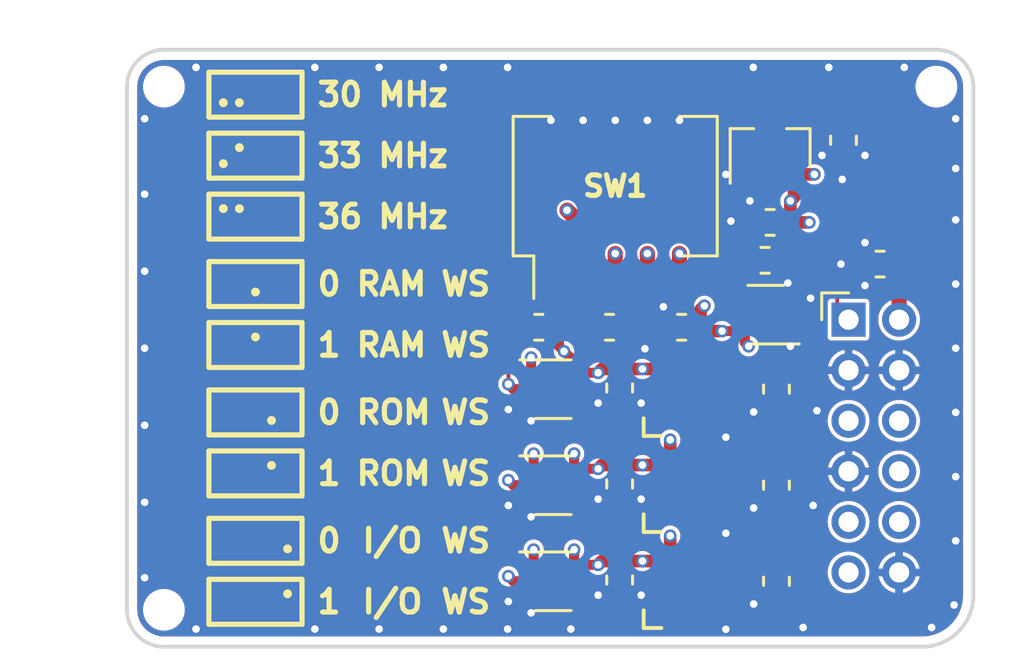
<source format=kicad_pcb>
(kicad_pcb (version 20240108) (generator "pcbnew") (generator_version "8.0")
  (title_block (title "WarpSE (GW4410A)") (date "2024-04-23") (rev "1.0") (company "Garrett's Workshop"))
  (layers (0 "F.Cu" signal) (1 "In1.Cu" power) (2 "In2.Cu" signal) (31 "B.Cu" power) (34 "B.Paste" user) (35 "F.Paste" user) (36 "B.SilkS" user "B.Silkscreen") (37 "F.SilkS" user "F.Silkscreen") (38 "B.Mask" user) (39 "F.Mask" user) (44 "Edge.Cuts" user))
  (net 0 "")
  (net 1 "GND")
  (net 2 "+5V")
  (net 3 "+3V3")
  (net 4 "/CLKIN")
  (net 5 "/DBG0_~{ROMWS}")
  (net 6 "/DBG3_GA21")
  (net 7 "/DBG2_GA20")
  (net 8 "/DBG1_~{RAMWS}")
  (net 9 "/DBG5_GTS_GOE")
  (net 10 "/DBG4_~{IOWS}")
  (net 11 "Net-(U1-Output)")
  (net 12 "Net-(U2-Output)")
  (net 13 "Net-(U3-Output)")
  (net 14 "/CLKSEL0")
  (net 15 "/CLKSEL1")
  (net 16 "/CLK")
  (net 17 "/EN30")
  (net 18 "/EN32")
  (net 19 "/EN36")
  (net 20 "Net-(U4-Y)")
  (footprint "stdpads:R_0603" (layer "F.Cu") (at 94.2 116.9)
    (property "Reference" "R6")
    (property "Value" "3k3")
    (fp_line (start -0.162779 -0.51) (end 0.162779 -0.51) (stroke (width 0.12)) (layer "F.SilkS"))
    (fp_line (start -0.162779 0.51) (end 0.162779 0.51) (stroke (width 0.12)) (layer "F.SilkS"))
    (pad "1" smd roundrect (at -0.8 0) (size 0.7 0.95) (layers "F.Cu" "F.Paste" "F.Mask") (net 15 "/CLKSEL1"))
    (pad "2" smd roundrect (at 0.8 0) (size 0.7 0.95) (layers "F.Cu" "F.Paste" "F.Mask") (net 3 "+3V3"))
  )
  (footprint "stdpads:SOT-23" (layer "F.Cu") (at 100.55 109.8 -90)
    (property "Reference" "U8")
    (property "Value" "XC6206PxxxMR")
    (fp_line (start -0.76 1.58) (end 1.4 1.58) (stroke (width 0.12)) (layer "F.SilkS"))
    (fp_line (start -0.76 1.58) (end -0.76 0.65) (stroke (width 0.12)) (layer "F.SilkS"))
    (fp_line (start -0.76 -1.58) (end -0.76 -0.65) (stroke (width 0.12)) (layer "F.SilkS"))
    (fp_line (start -0.76 -1.58) (end 0.7 -1.58) (stroke (width 0.12)) (layer "F.SilkS"))
    (pad "1" smd roundrect (at 1.05 0.95 90) (size 1.35 0.8) (layers "F.Cu" "F.Paste" "F.Mask") (net 1 "GND"))
    (pad "2" smd roundrect (at 1.05 -0.95 90) (size 1.35 0.8) (layers "F.Cu" "F.Paste" "F.Mask") (net 3 "+3V3"))
    (pad "3" smd roundrect (at -1.05 0 90) (size 1.35 0.8) (layers "F.Cu" "F.Paste" "F.Mask") (net 2 "+5V"))
  )
  (footprint "stdpads:PinHeader_2x06_P2.00mm_Vertical" (layer "F.Cu") (at 103.65 116.6)
    (property "Reference" "J1")
    (property "Value" "DBG")
    (fp_line (start -1.06 -1.06) (end 0 -1.06) (stroke (width 0.12)) (layer "F.SilkS"))
    (fp_line (start -1.06 0) (end -1.06 -1.06) (stroke (width 0.12)) (layer "F.SilkS"))
    (pad "1" thru_hole rect (at 0 0) (size 1.35 1.35) (drill 0.8) (layers "*.Cu" "*.Mask") (net 4 "/CLKIN"))
    (pad "2" thru_hole oval (at 2 0) (size 1.35 1.35) (drill 0.8) (layers "*.Cu" "*.Mask") (net 2 "+5V"))
    (pad "3" thru_hole oval (at 0 2) (size 1.35 1.35) (drill 0.8) (layers "*.Cu" "*.Mask") (net 1 "GND"))
    (pad "4" thru_hole oval (at 2 2) (size 1.35 1.35) (drill 0.8) (layers "*.Cu" "*.Mask") (net 1 "GND"))
    (pad "5" thru_hole oval (at 0 4) (size 1.35 1.35) (drill 0.8) (layers "*.Cu" "*.Mask") (net 5 "/DBG0_~{ROMWS}"))
    (pad "6" thru_hole oval (at 2 4) (size 1.35 1.35) (drill 0.8) (layers "*.Cu" "*.Mask") (net 8 "/DBG1_~{RAMWS}"))
    (pad "7" thru_hole oval (at 0 6) (size 1.35 1.35) (drill 0.8) (layers "*.Cu" "*.Mask") (net 1 "GND"))
    (pad "8" thru_hole oval (at 2 6) (size 1.35 1.35) (drill 0.8) (layers "*.Cu" "*.Mask") (net 10 "/DBG4_~{IOWS}"))
    (pad "9" thru_hole oval (at 0 8) (size 1.35 1.35) (drill 0.8) (layers "*.Cu" "*.Mask") (net 6 "/DBG3_GA21"))
    (pad "10" thru_hole oval (at 2 8) (size 1.35 1.35) (drill 0.8) (layers "*.Cu" "*.Mask") (net 7 "/DBG2_GA20"))
    (pad "11" thru_hole oval (at 0 10) (size 1.35 1.35) (drill 0.8) (layers "*.Cu" "*.Mask") (net 9 "/DBG5_GTS_GOE"))
    (pad "12" thru_hole oval (at 2 10) (size 1.35 1.35) (drill 0.8) (layers "*.Cu" "*.Mask") (net 1 "GND"))
  )
  (footprint "stdpads:SOT-353" (layer "F.Cu") (at 100.4 116.4 90)
    (property "Reference" "U4")
    (property "Value" "74LVC1G08GW")
    (fp_line (start -1.16 -0.73) (end -1.16 1.3) (stroke (width 0.12)) (layer "F.SilkS"))
    (fp_line (start 1.16 0.68) (end 1.16 -0.73) (stroke (width 0.12)) (layer "F.SilkS"))
    (pad "1" smd roundrect (at -0.65 0.85 180) (size 1 0.4) (layers "F.Cu" "F.Paste" "F.Mask") (net 1 "GND"))
    (pad "2" smd roundrect (at 0 0.85 180) (size 1 0.4) (layers "F.Cu" "F.Paste" "F.Mask") (net 16 "/CLK"))
    (pad "3" smd roundrect (at 0.65 0.85 180) (size 1 0.4) (layers "F.Cu" "F.Paste" "F.Mask") (net 1 "GND"))
    (pad "4" smd roundrect (at 0.65 -0.85 180) (size 1 0.4) (layers "F.Cu" "F.Paste" "F.Mask") (net 20 "Net-(U4-Y)"))
    (pad "5" smd roundrect (at -0.65 -0.85 180) (size 1 0.4) (layers "F.Cu" "F.Paste" "F.Mask") (net 3 "+3V3"))
  )
  (footprint "stdpads:Crystal_SMD_3225-4Pin_3.2x2.5mm" (layer "F.Cu") (at 97.7 119.4)
    (property "Reference" "U1")
    (property "Value" "30M")
    (fp_line (start -2.15 1.1) (end -2.15 1.8) (stroke (width 0.1524)) (layer "F.SilkS"))
    (fp_line (start -2.15 1.8) (end -1.45 1.8) (stroke (width 0.1524)) (layer "F.SilkS"))
    (pad "1" smd roundrect (at -1.1 0.85) (size 1.4 1.2) (layers "F.Cu" "F.Paste" "F.Mask") (net 17 "/EN30"))
    (pad "2" smd roundrect (at 1.1 0.85) (size 1.4 1.2) (layers "F.Cu" "F.Paste" "F.Mask") (net 1 "GND"))
    (pad "3" smd roundrect (at 1.1 -0.85) (size 1.4 1.2) (layers "F.Cu" "F.Paste" "F.Mask") (net 11 "Net-(U1-Output)"))
    (pad "4" smd roundrect (at -1.1 -0.85) (size 1.4 1.2) (layers "F.Cu" "F.Paste" "F.Mask") (net 3 "+3V3"))
    (zone (net 0) (net_name "") (layer "F.Cu") (connect_pads (clearance 0)) (min_thickness 0.25)
      (keepout (tracks allowed) (vias not_allowed) (pads allowed) (copperpour not_allowed) (footprints allowed))
      (fill (thermal_gap 0.5) (thermal_bridge_width 0.5))
      (polygon (pts (xy 99.4 118.05) (xy 99.4 120.75) (xy 96 120.75) (xy 96 118.05)))
    )
  )
  (footprint "stdpads:Crystal_SMD_3225-4Pin_3.2x2.5mm" (layer "F.Cu") (at 97.7 123.2)
    (property "Reference" "U2")
    (property "Value" "32M")
    (fp_line (start -2.15 1.1) (end -2.15 1.8) (stroke (width 0.1524)) (layer "F.SilkS"))
    (fp_line (start -2.15 1.8) (end -1.45 1.8) (stroke (width 0.1524)) (layer "F.SilkS"))
    (pad "1" smd roundrect (at -1.1 0.85) (size 1.4 1.2) (layers "F.Cu" "F.Paste" "F.Mask") (net 18 "/EN32"))
    (pad "2" smd roundrect (at 1.1 0.85) (size 1.4 1.2) (layers "F.Cu" "F.Paste" "F.Mask") (net 1 "GND"))
    (pad "3" smd roundrect (at 1.1 -0.85) (size 1.4 1.2) (layers "F.Cu" "F.Paste" "F.Mask") (net 12 "Net-(U2-Output)"))
    (pad "4" smd roundrect (at -1.1 -0.85) (size 1.4 1.2) (layers "F.Cu" "F.Paste" "F.Mask") (net 3 "+3V3"))
    (zone (net 0) (net_name "") (layer "F.Cu") (connect_pads (clearance 0)) (min_thickness 0.25)
      (keepout (tracks allowed) (vias not_allowed) (pads allowed) (copperpour not_allowed) (footprints allowed))
      (fill (thermal_gap 0.5) (thermal_bridge_width 0.5))
      (polygon (pts (xy 99.4 121.85) (xy 99.4 124.55) (xy 96 124.55) (xy 96 121.85)))
    )
  )
  (footprint "stdpads:SW_DIP_SPSTx05_Slide_DSHP05TS_P1.27mm" (layer "F.Cu") (at 94.4245 111.3155)
    (property "Reference" "SW1")
    (property "Value" "CFG")
    (fp_line (start -4.036 -2.76) (end -2.54 -2.76) (stroke (width 0.12)) (layer "F.SilkS"))
    (fp_line (start -4.036 2.76) (end -4.036 -2.76) (stroke (width 0.12)) (layer "F.SilkS"))
    (fp_line (start -4.036 2.76) (end -3.22 2.76) (stroke (width 0.12)) (layer "F.SilkS"))
    (fp_line (start -3.22 4.446) (end -3.22 2.76) (stroke (width 0.12)) (layer "F.SilkS"))
    (fp_line (start 2.54 -2.76) (end 4.035 -2.76) (stroke (width 0.12)) (layer "F.SilkS"))
    (fp_line (start 2.54 2.76) (end 4.035 2.76) (stroke (width 0.12)) (layer "F.SilkS"))
    (fp_line (start 4.035 2.76) (end 4.035 -2.76) (stroke (width 0.12)) (layer "F.SilkS"))
    (fp_text user "${REFERENCE}" (at 0 0 180) (layer "F.SilkS") (effects (font (size 0.8128 0.8128) (thickness 0.2032))))
    (pad "1" smd roundrect (at -2.54 3.81 90) (size 1.524 0.76) (layers "F.Cu" "F.Paste" "F.Mask") (net 14 "/CLKSEL0"))
    (pad "2" smd roundrect (at -1.27 3.81 90) (size 1.524 0.76) (layers "F.Cu" "F.Paste" "F.Mask") (net 15 "/CLKSEL1"))
    (pad "3" smd roundrect (at 0 3.81 90) (size 1.524 0.76) (layers "F.Cu" "F.Paste" "F.Mask") (net 8 "/DBG1_~{RAMWS}"))
    (pad "4" smd roundrect (at 1.27 3.81 90) (size 1.524 0.76) (layers "F.Cu" "F.Paste" "F.Mask") (net 5 "/DBG0_~{ROMWS}"))
    (pad "5" smd roundrect (at 2.54 3.81 90) (size 1.524 0.76) (layers "F.Cu" "F.Paste" "F.Mask") (net 10 "/DBG4_~{IOWS}"))
    (pad "6" smd roundrect (at 2.54 -3.81 90) (size 1.524 0.76) (layers "F.Cu" "F.Paste" "F.Mask") (net 1 "GND"))
    (pad "7" smd roundrect (at 1.27 -3.81 90) (size 1.524 0.76) (layers "F.Cu" "F.Paste" "F.Mask") (net 1 "GND"))
    (pad "8" smd roundrect (at 0 -3.81 90) (size 1.524 0.76) (layers "F.Cu" "F.Paste" "F.Mask") (net 1 "GND"))
    (pad "9" smd roundrect (at -1.27 -3.81 90) (size 1.524 0.76) (layers "F.Cu" "F.Paste" "F.Mask") (net 1 "GND"))
    (pad "10" smd roundrect (at -2.54 -3.81 90) (size 1.524 0.76) (layers "F.Cu" "F.Paste" "F.Mask") (net 1 "GND"))
  )
  (footprint "stdpads:C_0603" (layer "F.Cu") (at 94.6 119.3 -90)
    (property "Reference" "C5")
    (property "Value" "2u2")
    (fp_line (start -0.162779 0.51) (end 0.162779 0.51) (stroke (width 0.12)) (layer "F.SilkS"))
    (fp_line (start -0.162779 -0.51) (end 0.162779 -0.51) (stroke (width 0.12)) (layer "F.SilkS"))
    (pad "1" smd roundrect (at -0.75 0 270) (size 0.85 0.95) (layers "F.Cu" "F.Paste" "F.Mask") (net 3 "+3V3"))
    (pad "2" smd roundrect (at 0.75 0 270) (size 0.85 0.95) (layers "F.Cu" "F.Paste" "F.Mask") (net 1 "GND"))
  )
  (footprint "stdpads:Crystal_SMD_3225-4Pin_3.2x2.5mm" (layer "F.Cu") (at 97.7 127)
    (property "Reference" "U3")
    (property "Value" "36M")
    (fp_line (start -2.15 1.1) (end -2.15 1.8) (stroke (width 0.1524)) (layer "F.SilkS"))
    (fp_line (start -2.15 1.8) (end -1.45 1.8) (stroke (width 0.1524)) (layer "F.SilkS"))
    (pad "1" smd roundrect (at -1.1 0.85) (size 1.4 1.2) (layers "F.Cu" "F.Paste" "F.Mask") (net 19 "/EN36"))
    (pad "2" smd roundrect (at 1.1 0.85) (size 1.4 1.2) (layers "F.Cu" "F.Paste" "F.Mask") (net 1 "GND"))
    (pad "3" smd roundrect (at 1.1 -0.85) (size 1.4 1.2) (layers "F.Cu" "F.Paste" "F.Mask") (net 13 "Net-(U3-Output)"))
    (pad "4" smd roundrect (at -1.1 -0.85) (size 1.4 1.2) (layers "F.Cu" "F.Paste" "F.Mask") (net 3 "+3V3"))
    (zone (net 0) (net_name "") (layer "F.Cu") (connect_pads (clearance 0)) (min_thickness 0.25)
      (keepout (tracks allowed) (vias not_allowed) (pads allowed) (copperpour not_allowed) (footprints allowed))
      (fill (thermal_gap 0.5) (thermal_bridge_width 0.5))
      (polygon (pts (xy 99.4 125.65) (xy 99.4 128.35) (xy 96 128.35) (xy 96 125.65)))
    )
  )
  (footprint "stdpads:C_0603" (layer "F.Cu") (at 104.9 114.4 180)
    (property "Reference" "C1")
    (property "Value" "2u2")
    (fp_line (start -0.162779 0.51) (end 0.162779 0.51) (stroke (width 0.12)) (layer "F.SilkS"))
    (fp_line (start -0.162779 -0.51) (end 0.162779 -0.51) (stroke (width 0.12)) (layer "F.SilkS"))
    (pad "1" smd roundrect (at -0.75 0 180) (size 0.85 0.95) (layers "F.Cu" "F.Paste" "F.Mask") (net 2 "+5V"))
    (pad "2" smd roundrect (at 0.75 0 180) (size 0.85 0.95) (layers "F.Cu" "F.Paste" "F.Mask") (net 1 "GND"))
  )
  (footprint "stdpads:C_0603" (layer "F.Cu") (at 94.6 126.9 -90)
    (property "Reference" "C7")
    (property "Value" "2u2")
    (fp_line (start -0.162779 0.51) (end 0.162779 0.51) (stroke (width 0.12)) (layer "F.SilkS"))
    (fp_line (start -0.162779 -0.51) (end 0.162779 -0.51) (stroke (width 0.12)) (layer "F.SilkS"))
    (pad "1" smd roundrect (at -0.75 0 270) (size 0.85 0.95) (layers "F.Cu" "F.Paste" "F.Mask") (net 3 "+3V3"))
    (pad "2" smd roundrect (at 0.75 0 270) (size 0.85 0.95) (layers "F.Cu" "F.Paste" "F.Mask") (net 1 "GND"))
  )
  (footprint "stdpads:SOT-353" (layer "F.Cu") (at 91.95 126.95 -90)
    (property "Reference" "U7")
    (property "Value" "74LVC1G02GW")
    (fp_line (start 1.16 0.68) (end 1.16 -0.73) (stroke (width 0.12)) (layer "F.SilkS"))
    (fp_line (start -1.16 -0.73) (end -1.16 1.3) (stroke (width 0.12)) (layer "F.SilkS"))
    (pad "1" smd roundrect (at -0.65 0.85) (size 1 0.4) (layers "F.Cu" "F.Paste" "F.Mask") (net 15 "/CLKSEL1"))
    (pad "2" smd roundrect (at 0 0.85) (size 1 0.4) (layers "F.Cu" "F.Paste" "F.Mask") (net 14 "/CLKSEL0"))
    (pad "3" smd roundrect (at 0.65 0.85) (size 1 0.4) (layers "F.Cu" "F.Paste" "F.Mask") (net 1 "GND"))
    (pad "4" smd roundrect (at 0.65 -0.85) (size 1 0.4) (layers "F.Cu" "F.Paste" "F.Mask") (net 19 "/EN36"))
    (pad "5" smd roundrect (at -0.65 -0.85) (size 1 0.4) (layers "F.Cu" "F.Paste" "F.Mask") (net 3 "+3V3"))
  )
  (footprint "stdpads:C_0603" (layer "F.Cu") (at 103.45 109.5 -90)
    (property "Reference" "C2")
    (property "Value" "2u2")
    (fp_line (start -0.162779 0.51) (end 0.162779 0.51) (stroke (width 0.12)) (layer "F.SilkS"))
    (fp_line (start -0.162779 -0.51) (end 0.162779 -0.51) (stroke (width 0.12)) (layer "F.SilkS"))
    (pad "1" smd roundrect (at -0.75 0 270) (size 0.85 0.95) (layers "F.Cu" "F.Paste" "F.Mask") (net 2 "+5V"))
    (pad "2" smd roundrect (at 0.75 0 270) (size 0.85 0.95) (layers "F.Cu" "F.Paste" "F.Mask") (net 1 "GND"))
  )
  (footprint "stdpads:R_0603" (layer "F.Cu") (at 100.8 123.15 -90)
    (property "Reference" "R2")
    (property "Value" "47")
    (fp_line (start -0.162779 0.51) (end 0.162779 0.51) (stroke (width 0.12)) (layer "F.SilkS"))
    (fp_line (start -0.162779 -0.51) (end 0.162779 -0.51) (stroke (width 0.12)) (layer "F.SilkS"))
    (pad "1" smd roundrect (at -0.8 0 270) (size 0.7 0.95) (layers "F.Cu" "F.Paste" "F.Mask") (net 12 "Net-(U2-Output)"))
    (pad "2" smd roundrect (at 0.8 0 270) (size 0.7 0.95) (layers "F.Cu" "F.Paste" "F.Mask") (net 16 "/CLK"))
  )
  (footprint "stdpads:C_0603" (layer "F.Cu") (at 94.6 123.1 -90)
    (property "Reference" "C6")
    (property "Value" "2u2")
    (fp_line (start -0.162779 0.51) (end 0.162779 0.51) (stroke (width 0.12)) (layer "F.SilkS"))
    (fp_line (start -0.162779 -0.51) (end 0.162779 -0.51) (stroke (width 0.12)) (layer "F.SilkS"))
    (pad "1" smd roundrect (at -0.75 0 270) (size 0.85 0.95) (layers "F.Cu" "F.Paste" "F.Mask") (net 3 "+3V3"))
    (pad "2" smd roundrect (at 0.75 0 270) (size 0.85 0.95) (layers "F.Cu" "F.Paste" "F.Mask") (net 1 "GND"))
  )
  (footprint "stdpads:R_0603" (layer "F.Cu") (at 100.8 126.95 -90)
    (property "Reference" "R3")
    (property "Value" "47")
    (fp_line (start -0.162779 0.51) (end 0.162779 0.51) (stroke (width 0.12)) (layer "F.SilkS"))
    (fp_line (start -0.162779 -0.51) (end 0.162779 -0.51) (stroke (width 0.12)) (layer "F.SilkS"))
    (pad "1" smd roundrect (at -0.8 0 270) (size 0.7 0.95) (layers "F.Cu" "F.Paste" "F.Mask") (net 13 "Net-(U3-Output)"))
    (pad "2" smd roundrect (at 0.8 0 270) (size 0.7 0.95) (layers "F.Cu" "F.Paste" "F.Mask") (net 16 "/CLK"))
  )
  (footprint "stdpads:C_0603" (layer "F.Cu") (at 97.05 116.9 180)
    (property "Reference" "C4")
    (property "Value" "2u2")
    (fp_line (start -0.162779 0.51) (end 0.162779 0.51) (stroke (width 0.12)) (layer "F.SilkS"))
    (fp_line (start -0.162779 -0.51) (end 0.162779 -0.51) (stroke (width 0.12)) (layer "F.SilkS"))
    (pad "1" smd roundrect (at -0.75 0 180) (size 0.85 0.95) (layers "F.Cu" "F.Paste" "F.Mask") (net 3 "+3V3"))
    (pad "2" smd roundrect (at 0.75 0 180) (size 0.85 0.95) (layers "F.Cu" "F.Paste" "F.Mask") (net 1 "GND"))
  )
  (footprint "stdpads:R_0603" (layer "F.Cu") (at 100.8 119.35 -90)
    (property "Reference" "R1")
    (property "Value" "47")
    (fp_line (start -0.162779 0.51) (end 0.162779 0.51) (stroke (width 0.12)) (layer "F.SilkS"))
    (fp_line (start -0.162779 -0.51) (end 0.162779 -0.51) (stroke (width 0.12)) (layer "F.SilkS"))
    (pad "1" smd roundrect (at -0.8 0 270) (size 0.7 0.95) (layers "F.Cu" "F.Paste" "F.Mask") (net 11 "Net-(U1-Output)"))
    (pad "2" smd roundrect (at 0.8 0 270) (size 0.7 0.95) (layers "F.Cu" "F.Paste" "F.Mask") (net 16 "/CLK"))
  )
  (footprint "stdpads:PasteHole_1.152mm_NPTH" (layer "F.Cu") (at 76.581 107.3785)
    (property "Reference" "H2")
    (property "Value" "~" (hide yes))
    (pad "" np_thru_hole circle (at 0 0) (size 1.152 1.152) (drill 1.152) (layers "*.Cu" "*.Mask"))
  )
  (footprint "stdpads:C_0603" (layer "F.Cu") (at 100.55 112.75 180)
    (property "Reference" "C3")
    (property "Value" "2u2")
    (fp_line (start -0.162779 0.51) (end 0.162779 0.51) (stroke (width 0.12)) (layer "F.SilkS"))
    (fp_line (start -0.162779 -0.51) (end 0.162779 -0.51) (stroke (width 0.12)) (layer "F.SilkS"))
    (pad "1" smd roundrect (at -0.75 0 180) (size 0.85 0.95) (layers "F.Cu" "F.Paste" "F.Mask") (net 3 "+3V3"))
    (pad "2" smd roundrect (at 0.75 0 180) (size 0.85 0.95) (layers "F.Cu" "F.Paste" "F.Mask") (net 1 "GND"))
  )
  (footprint "stdpads:R_0603" (layer "F.Cu") (at 100.35 114.25)
    (property "Reference" "R4")
    (property "Value" "47")
    (fp_line (start -0.162779 -0.51) (end 0.162779 -0.51) (stroke (width 0.12)) (layer "F.SilkS"))
    (fp_line (start -0.162779 0.51) (end 0.162779 0.51) (stroke (width 0.12)) (layer "F.SilkS"))
    (pad "1" smd roundrect (at -0.8 0) (size 0.7 0.95) (layers "F.Cu" "F.Paste" "F.Mask") (net 20 "Net-(U4-Y)"))
    (pad "2" smd roundrect (at 0.8 0) (size 0.7 0.95) (layers "F.Cu" "F.Paste" "F.Mask") (net 4 "/CLKIN"))
  )
  (footprint "stdpads:PasteHole_1.152mm_NPTH" (layer "F.Cu") (at 76.581 128.0795)
    (property "Reference" "H1")
    (property "Value" "~" (hide yes))
    (pad "" np_thru_hole circle (at 0 0) (size 1.152 1.152) (drill 1.152) (layers "*.Cu" "*.Mask"))
  )
  (footprint "stdpads:R_0603" (layer "F.Cu") (at 91.4 116.9)
    (property "Reference" "R5")
    (property "Value" "3k3")
    (fp_line (start -0.162779 -0.51) (end 0.162779 -0.51) (stroke (width 0.12)) (layer "F.SilkS"))
    (fp_line (start -0.162779 0.51) (end 0.162779 0.51) (stroke (width 0.12)) (layer "F.SilkS"))
    (pad "1" smd roundrect (at -0.8 0) (size 0.7 0.95) (layers "F.Cu" "F.Paste" "F.Mask") (net 14 "/CLKSEL0"))
    (pad "2" smd roundrect (at 0.8 0) (size 0.7 0.95) (layers "F.Cu" "F.Paste" "F.Mask") (net 3 "+3V3"))
  )
  (footprint "stdpads:PasteHole_1.152mm_NPTH" (layer "F.Cu") (at 107.1245 107.3785)
    (property "Reference" "H3")
    (property "Value" "~" (hide yes))
    (pad "" np_thru_hole circle (at 0 0) (size 1.152 1.152) (drill 1.152) (layers "*.Cu" "*.Mask"))
  )
  (footprint "stdpads:SOT-353" (layer "F.Cu") (at 91.95 119.35 -90)
    (property "Reference" "U5")
    (property "Value" "74LVC1G08GW")
    (fp_line (start 1.16 0.68) (end 1.16 -0.73) (stroke (width 0.12)) (layer "F.SilkS"))
    (fp_line (start -1.16 -0.73) (end -1.16 1.3) (stroke (width 0.12)) (layer "F.SilkS"))
    (pad "1" smd roundrect (at -0.65 0.85) (size 1 0.4) (layers "F.Cu" "F.Paste" "F.Mask") (net 15 "/CLKSEL1"))
    (pad "2" smd roundrect (at 0 0.85) (size 1 0.4) (layers "F.Cu" "F.Paste" "F.Mask") (net 14 "/CLKSEL0"))
    (pad "3" smd roundrect (at 0.65 0.85) (size 1 0.4) (layers "F.Cu" "F.Paste" "F.Mask") (net 1 "GND"))
    (pad "4" smd roundrect (at 0.65 -0.85) (size 1 0.4) (layers "F.Cu" "F.Paste" "F.Mask") (net 17 "/EN30"))
    (pad "5" smd roundrect (at -0.65 -0.85) (size 1 0.4) (layers "F.Cu" "F.Paste" "F.Mask") (net 3 "+3V3"))
  )
  (footprint "stdpads:SOT-353" (layer "F.Cu") (at 91.95 123.15 -90)
    (property "Reference" "U6")
    (property "Value" "74LVC1G86GW")
    (fp_line (start 1.16 0.68) (end 1.16 -0.73) (stroke (width 0.12)) (layer "F.SilkS"))
    (fp_line (start -1.16 -0.73) (end -1.16 1.3) (stroke (width 0.12)) (layer "F.SilkS"))
    (pad "1" smd roundrect (at -0.65 0.85) (size 1 0.4) (layers "F.Cu" "F.Paste" "F.Mask") (net 15 "/CLKSEL1"))
    (pad "2" smd roundrect (at 0 0.85) (size 1 0.4) (layers "F.Cu" "F.Paste" "F.Mask") (net 14 "/CLKSEL0"))
    (pad "3" smd roundrect (at 0.65 0.85) (size 1 0.4) (layers "F.Cu" "F.Paste" "F.Mask") (net 1 "GND"))
    (pad "4" smd roundrect (at 0.65 -0.85) (size 1 0.4) (layers "F.Cu" "F.Paste" "F.Mask") (net 18 "/EN32"))
    (pad "5" smd roundrect (at -0.65 -0.85) (size 1 0.4) (layers "F.Cu" "F.Paste" "F.Mask") (net 3 "+3V3"))
  )
  (gr_line (start 78.359 128.651) (end 78.359 126.873) (stroke (width 0.2032)) (layer "F.SilkS"))
  (gr_line (start 82.042 106.807) (end 78.359 106.807) (stroke (width 0.2032)) (layer "F.SilkS"))
  (gr_line (start 81.4704 125.6665) (end 81.4705 125.6665) (stroke (width 0.35)) (layer "F.SilkS"))
  (gr_line (start 82.042 119.38) (end 78.359 119.38) (stroke (width 0.2032)) (layer "F.SilkS"))
  (gr_line (start 78.359 128.651) (end 82.042 128.651) (stroke (width 0.2032)) (layer "F.SilkS"))
  (gr_line (start 78.359 118.491) (end 82.042 118.491) (stroke (width 0.2032)) (layer "F.SilkS"))
  (gr_line (start 78.359 118.491) (end 78.359 116.713) (stroke (width 0.2032)) (layer "F.SilkS"))
  (gr_line (start 82.042 128.651) (end 82.042 126.873) (stroke (width 0.2032)) (layer "F.SilkS"))
  (gr_line (start 78.359 121.158) (end 78.359 119.38) (stroke (width 0.2032)) (layer "F.SilkS"))
  (gr_line (start 82.042 108.585) (end 82.042 106.807) (stroke (width 0.2032)) (layer "F.SilkS"))
  (gr_line (start 78.359 108.585) (end 78.359 106.807) (stroke (width 0.2032)) (layer "F.SilkS"))
  (gr_line (start 82.042 116.078) (end 82.042 114.3) (stroke (width 0.2032)) (layer "F.SilkS"))
  (gr_line (start 82.042 126.873) (end 78.359 126.873) (stroke (width 0.2032)) (layer "F.SilkS"))
  (gr_line (start 80.8354 120.5865) (end 80.8355 120.5865) (stroke (width 0.35)) (layer "F.SilkS"))
  (gr_line (start 78.9304 112.2045) (end 78.9305 112.2045) (stroke (width 0.35)) (layer "F.SilkS"))
  (gr_line (start 79.5654 112.2045) (end 79.5655 112.2045) (stroke (width 0.35)) (layer "F.SilkS"))
  (gr_line (start 78.359 126.238) (end 82.042 126.238) (stroke (width 0.2032)) (layer "F.SilkS"))
  (gr_line (start 78.9304 110.4265) (end 78.9305 110.4265) (stroke (width 0.35)) (layer "F.SilkS"))
  (gr_line (start 82.042 114.3) (end 78.359 114.3) (stroke (width 0.2032)) (layer "F.SilkS"))
  (gr_line (start 82.042 110.998) (end 82.042 109.22) (stroke (width 0.2032)) (layer "F.SilkS"))
  (gr_line (start 78.359 110.998) (end 82.042 110.998) (stroke (width 0.2032)) (layer "F.SilkS"))
  (gr_line (start 79.5654 108.0135) (end 79.5655 108.0135) (stroke (width 0.35)) (layer "F.SilkS"))
  (gr_line (start 78.359 116.078) (end 82.042 116.078) (stroke (width 0.2032)) (layer "F.SilkS"))
  (gr_line (start 79.5654 109.7915) (end 79.5655 109.7915) (stroke (width 0.35)) (layer "F.SilkS"))
  (gr_line (start 78.359 110.998) (end 78.359 109.22) (stroke (width 0.2032)) (layer "F.SilkS"))
  (gr_line (start 78.359 116.078) (end 78.359 114.3) (stroke (width 0.2032)) (layer "F.SilkS"))
  (gr_line (start 82.042 124.46) (end 78.359 124.46) (stroke (width 0.2032)) (layer "F.SilkS"))
  (gr_line (start 82.042 118.491) (end 82.042 116.713) (stroke (width 0.2032)) (layer "F.SilkS"))
  (gr_line (start 78.9304 108.0135) (end 78.9305 108.0135) (stroke (width 0.35)) (layer "F.SilkS"))
  (gr_line (start 82.042 109.22) (end 78.359 109.22) (stroke (width 0.2032)) (layer "F.SilkS"))
  (gr_line (start 78.359 121.158) (end 82.042 121.158) (stroke (width 0.2032)) (layer "F.SilkS"))
  (gr_line (start 81.4704 127.4445) (end 81.4705 127.4445) (stroke (width 0.35)) (layer "F.SilkS"))
  (gr_line (start 82.042 121.793) (end 78.359 121.793) (stroke (width 0.2032)) (layer "F.SilkS"))
  (gr_line (start 80.2004 115.5065) (end 80.2005 115.5065) (stroke (width 0.35)) (layer "F.SilkS"))
  (gr_line (start 82.042 111.633) (end 78.359 111.633) (stroke (width 0.2032)) (layer "F.SilkS"))
  (gr_line (start 78.359 113.411) (end 82.042 113.411) (stroke (width 0.2032)) (layer "F.SilkS"))
  (gr_line (start 78.359 113.411) (end 78.359 111.633) (stroke (width 0.2032)) (layer "F.SilkS"))
  (gr_line (start 78.359 126.238) (end 78.359 124.46) (stroke (width 0.2032)) (layer "F.SilkS"))
  (gr_line (start 82.042 123.571) (end 82.042 121.793) (stroke (width 0.2032)) (layer "F.SilkS"))
  (gr_line (start 82.042 121.158) (end 82.042 119.38) (stroke (width 0.2032)) (layer "F.SilkS"))
  (gr_line (start 78.359 123.571) (end 82.042 123.571) (stroke (width 0.2032)) (layer "F.SilkS"))
  (gr_line (start 78.359 123.571) (end 78.359 121.793) (stroke (width 0.2032)) (layer "F.SilkS"))
  (gr_line (start 80.8354 122.3645) (end 80.8355 122.3645) (stroke (width 0.35)) (layer "F.SilkS"))
  (gr_line (start 80.2004 117.2845) (end 80.2005 117.2845) (stroke (width 0.35)) (layer "F.SilkS"))
  (gr_line (start 82.042 126.238) (end 82.042 124.46) (stroke (width 0.2032)) (layer "F.SilkS"))
  (gr_line (start 78.359 108.585) (end 82.042 108.585) (stroke (width 0.2032)) (layer "F.SilkS"))
  (gr_line (start 82.042 113.411) (end 82.042 111.633) (stroke (width 0.2032)) (layer "F.SilkS"))
  (gr_line (start 82.042 116.713) (end 78.359 116.713) (stroke (width 0.2032)) (layer "F.SilkS"))
  (gr_line (start 75.1205 107.3785) (end 75.1205 128.0795) (stroke (width 0.15)) (layer "Edge.Cuts"))
  (gr_line (start 76.581 129.54) (end 106.553 129.54) (stroke (width 0.15)) (layer "Edge.Cuts"))
  (gr_arc (start 107.1245 105.918) (mid 108.157229 106.345771) (end 108.585 107.3785) (stroke (width 0.15)) (layer "Edge.Cuts"))
  (gr_line (start 108.585 127.508) (end 108.585 107.3785) (stroke (width 0.15)) (layer "Edge.Cuts"))
  (gr_line (start 107.1245 105.918) (end 76.581 105.918) (stroke (width 0.15)) (layer "Edge.Cuts"))
  (gr_arc (start 75.1205 107.3785) (mid 75.548271 106.345771) (end 76.581 105.918) (stroke (width 0.15)) (layer "Edge.Cuts"))
  (gr_arc (start 76.581 129.54) (mid 75.548271 129.112229) (end 75.1205 128.0795) (stroke (width 0.15)) (layer "Edge.Cuts"))
  (gr_arc (start 108.585 127.508) (mid 107.989841 128.944841) (end 106.553 129.54) (stroke (width 0.15)) (layer "Edge.Cuts"))
  (gr_text "WS" (at 87.4395 117.602 0) (layer "F.SilkS") (effects (font (size 0.9 0.9) (thickness 0.2032)) (justify left)))
  (gr_text "1" (at 82.55 127.762 0) (layer "F.SilkS") (effects (font (size 0.9 0.9) (thickness 0.2032)) (justify left)))
  (gr_text "36 MHz" (at 82.55 112.522 0) (layer "F.SilkS") (effects (font (size 0.9 0.9) (thickness 0.2032)) (justify left)))
  (gr_text "1 RAM" (at 82.55 117.602 0) (layer "F.SilkS") (effects (font (size 0.9 0.9) (thickness 0.2032)) (justify left)))
  (gr_text "33 MHz" (at 82.55 110.109 0) (layer "F.SilkS") (effects (font (size 0.9 0.9) (thickness 0.2032)) (justify left)))
  (gr_text "0" (at 82.55 125.349 0) (layer "F.SilkS") (effects (font (size 0.9 0.9) (thickness 0.2032)) (justify left)))
  (gr_text "I/O" (at 84.328 125.349 0) (layer "F.SilkS") (effects (font (size 0.9 0.9) (thickness 0.2032)) (justify left)))
  (gr_text "WS" (at 87.4395 125.349 0) (layer "F.SilkS") (effects (font (size 0.9 0.9) (thickness 0.2032)) (justify left)))
  (gr_text "0 ROM" (at 82.55 120.269 0) (layer "F.SilkS") (effects (font (size 0.9 0.9) (thickness 0.2032)) (justify left)))
  (gr_text "30 MHz" (at 82.55 107.696 0) (layer "F.SilkS") (effects (font (size 0.9 0.9) (thickness 0.2032)) (justify left)))
  (gr_text "WS" (at 87.4395 122.682 0) (layer "F.SilkS") (effects (font (size 0.9 0.9) (thickness 0.2032)) (justify left)))
  (gr_text "WS" (at 87.4395 120.269 0) (layer "F.SilkS") (effects (font (size 0.9 0.9) (thickness 0.2032)) (justify left)))
  (gr_text "I/O" (at 84.328 127.762 0) (layer "F.SilkS") (effects (font (size 0.9 0.9) (thickness 0.2032)) (justify left)))
  (gr_text "1 ROM" (at 82.55 122.682 0) (layer "F.SilkS") (effects (font (size 0.9 0.9) (thickness 0.2032)) (justify left)))
  (gr_text "WS" (at 87.4395 115.189 0) (layer "F.SilkS") (effects (font (size 0.9 0.9) (thickness 0.2032)) (justify left)))
  (gr_text "0 RAM" (at 82.55 115.189 0) (layer "F.SilkS") (effects (font (size 0.9 0.9) (thickness 0.2032)) (justify left)))
  (gr_text "WS" (at 87.4395 127.762 0) (layer "F.SilkS") (effects (font (size 0.9 0.9) (thickness 0.2032)) (justify left)))
  (segment (start 98.8 127.85) (end 99.9 127.85) (width 0.5) (layer "F.Cu") (net 1))
  (segment (start 91.1 123.8) (end 91.1 124.4) (width 0.4) (layer "F.Cu") (net 1))
  (segment (start 101.25 115.75) (end 102.15 115.75) (width 0.4) (layer "F.Cu") (net 1))
  (segment (start 95.3 127.65) (end 95.45 127.5) (width 0.5) (layer "F.Cu") (net 1))
  (segment (start 96.33 116.87) (end 96.33 116.09) (width 0.5) (layer "F.Cu") (net 1))
  (segment (start 102.75 110.25) (end 102.6 110.1) (width 0.5) (layer "F.Cu") (net 1))
  (segment (start 99.75 112.7) (end 99.75 111.9) (width 0.5) (layer "F.Cu") (net 1))
  (segment (start 104.15 114.4) (end 103.35 114.4) (width 0.5) (layer "F.Cu") (net 1))
  (segment (start 99.8 112.75) (end 99.75 112.7) (width 0.5) (layer "F.Cu") (net 1))
  (segment (start 95.6945 107.5055) (end 95.6945 108.712) (width 0.6) (layer "F.Cu") (net 1))
  (segment (start 103.45 110.25) (end 104.15 110.25) (width 0.5) (layer "F.Cu") (net 1))
  (segment (start 98.8 120.25) (end 98.8 121.25) (width 0.5) (layer "F.Cu") (net 1))
  (segment (start 99.75 112.7) (end 99 112.7) (width 0.5) (layer "F.Cu") (net 1))
  (segment (start 101.25 115.75) (end 101.25 115.15) (width 0.4) (layer "F.Cu") (net 1))
  (segment (start 91.1 123.8) (end 90.35 123.8) (width 0.4) (layer "F.Cu") (net 1))
  (segment (start 94.4245 107.5055) (end 94.4245 108.712) (width 0.6) (layer "F.Cu") (net 1))
  (segment (start 96.3 116.9) (end 96.33 116.87) (width 0.5) (layer "F.Cu") (net 1))
  (segment (start 99.6 110.85) (end 98.8 110.85) (width 0.5) (layer "F.Cu") (net 1))
  (segment (start 98.8 124.05) (end 99.9 124.05) (width 0.5) (layer "F.Cu") (net 1))
  (segment (start 94.6 123.85) (end 93.9 123.85) (width 0.5) (layer "F.Cu") (net 1))
  (segment (start 91.1 127.6) (end 91.1 128.2) (width 0.4) (layer "F.Cu") (net 1))
  (segment (start 98.8 124.05) (end 98.8 125.05) (width 0.5) (layer "F.Cu") (net 1))
  (segment (start 99.6 110.85) (end 99.6 111.75) (width 0.5) (layer "F.Cu") (net 1))
  (segment (start 96.9645 107.5055) (end 96.9645 108.712) (width 0.6) (layer "F.Cu") (net 1))
  (segment (start 98.8 120.25) (end 99.9 120.25) (width 0.5) (layer "F.Cu") (net 1))
  (segment (start 94.6 127.65) (end 95.3 127.65) (width 0.5) (layer "F.Cu") (net 1))
  (segment (start 95.3 120.05) (end 95.45 119.9) (width 0.5) (layer "F.Cu") (net 1))
  (segment (start 104.15 115.1) (end 104.3 115.25) (width 0.5) (layer "F.Cu") (net 1))
  (segment (start 93.1545 107.5055) (end 93.1545 108.712) (width 0.6) (layer "F.Cu") (net 1))
  (segment (start 104.15 113.7) (end 104.3 113.55) (width 0.5) (layer "F.Cu") (net 1))
  (segment (start 94.6 123.85) (end 95.3 123.85) (width 0.5) (layer "F.Cu") (net 1))
  (segment (start 90.35 123.8) (end 90.2 123.95) (width 0.4) (layer "F.Cu") (net 1))
  (segment (start 94.6 120.05) (end 95.3 120.05) (width 0.5) (layer "F.Cu") (net 1))
  (segment (start 104.15 110.25) (end 104.3 110.1) (width 0.5) (layer "F.Cu") (net 1))
  (segment (start 103.45 111) (end 103.4 111.05) (width 0.5) (layer "F.Cu") (net 1))
  (segment (start 98.8 127.85) (end 98.8 128.85) (width 0.5) (layer "F.Cu") (net 1))
  (segment (start 104.15 114.4) (end 104.15 113.7) (width 0.5) (layer "F.Cu") (net 1))
  (segment (start 101.25 117.05) (end 101.25 117.55) (width 0.4) (layer "F.Cu") (net 1))
  (segment (start 91.8845 107.5055) (end 91.8845 108.712) (width 0.6) (layer "F.Cu") (net 1))
  (segment (start 101.25 117.55) (end 101.35 117.65) (width 0.4) (layer "F.Cu") (net 1))
  (segment (start 95.3 123.85) (end 95.45 123.7) (width 0.5) (layer "F.Cu") (net 1))
  (segment (start 94.6 120.05) (end 93.9 120.05) (width 0.5) (layer "F.Cu") (net 1))
  (segment (start 93.9 127.65) (end 93.75 127.5) (width 0.5) (layer "F.Cu") (net 1))
  (segment (start 90.35 127.6) (end 90.2 127.75) (width 0.4) (layer "F.Cu") (net 1))
  (segment (start 94.6 127.65) (end 93.9 127.65) (width 0.5) (layer "F.Cu") (net 1))
  (segment (start 93.9 123.85) (end 93.75 123.7) (width 0.5) (layer "F.Cu") (net 1))
  (segment (start 91.1 127.6) (end 90.35 127.6) (width 0.4) (layer "F.Cu") (net 1))
  (segment (start 103.45 110.25) (end 103.45 111) (width 0.5) (layer "F.Cu") (net 1))
  (segment (start 91.1 120) (end 90.35 120) (width 0.4) (layer "F.Cu") (net 1))
  (segment (start 104.15 114.4) (end 104.15 115.1) (width 0.5) (layer "F.Cu") (net 1))
  (segment (start 103.45 110.25) (end 102.75 110.25) (width 0.5) (layer "F.Cu") (net 1))
  (segment (start 93.9 120.05) (end 93.75 119.9) (width 0.5) (layer "F.Cu") (net 1))
  (segment (start 91.1 120) (end 91.1 120.6) (width 0.4) (layer "F.Cu") (net 1))
  (segment (start 90.35 120) (end 90.2 120.15) (width 0.4) (layer "F.Cu") (net 1))
  (segment (start 99.6 111.75) (end 99.75 111.9) (width 0.5) (layer "F.Cu") (net 1))
  (via (at 75.819 117.729) (size 0.5) (drill 0.3) (layers "F.Cu" "B.Cu") (net 1))
  (via (at 95.45 123.7) (size 0.5) (drill 0.3) (layers "F.Cu" "B.Cu") (net 1))
  (via (at 99.8855 106.6165) (size 0.5) (drill 0.3) (layers "F.Cu" "B.Cu") (net 1))
  (via (at 107.8865 120.269) (size 0.5) (drill 0.3) (layers "F.Cu" "B.Cu") (net 1))
  (via (at 77.851 128.8415) (size 0.5) (drill 0.3) (layers "F.Cu" "B.Cu") (net 1))
  (via (at 75.819 126.8095) (size 0.5) (drill 0.3) (layers "F.Cu" "B.Cu") (net 1))
  (via (at 91.1 120.6) (size 0.5) (drill 0.3) (layers "F.Cu" "B.Cu") (net 1))
  (via (at 102.15 115.75) (size 0.5) (drill 0.3) (layers "F.Cu" "B.Cu") (net 1))
  (via (at 91.1 128.2) (size 0.5) (drill 0.3) (layers "F.Cu" "B.Cu") (net 1))
  (via (at 102.4 120.2) (size 0.5) (drill 0.3) (layers "F.Cu" "B.Cu") (net 1))
  (via (at 107.8865 115.189) (size 0.5) (drill 0.3) (layers "F.Cu" "B.Cu") (net 1))
  (via (at 98.8 128.85) (size 0.5) (drill 0.3) (layers "F.Cu" "B.Cu") (net 1))
  (via (at 77.851 106.6165) (size 0.5) (drill 0.3) (layers "F.Cu" "B.Cu") (net 1))
  (via (at 93.1545 108.712) (size 0.6) (drill 0.3) (layers "F.Cu" "B.Cu") (net 1))
  (via (at 75.819 123.825) (size 0.5) (drill 0.3) (layers "F.Cu" "B.Cu") (net 1))
  (via (at 102.25 123.95) (size 0.5) (drill 0.3) (layers "F.Cu" "B.Cu") (net 1))
  (via (at 99.75 111.9) (size 0.5) (drill 0.3) (layers "F.Cu" "B.Cu") (net 1))
  (via (at 99.9 120.25) (size 0.5) (drill 0.3) (layers "F.Cu" "B.Cu") (net 1))
  (via (at 87.63 128.8415) (size 0.5) (drill 0.3) (layers "F.Cu" "B.Cu") (net 1))
  (via (at 107.8865 122.809) (size 0.5) (drill 0.3) (layers "F.Cu" "B.Cu") (net 1))
  (via (at 93.75 127.5) (size 0.5) (drill 0.3) (layers "F.Cu" "B.Cu") (net 1))
  (via (at 94.4245 108.712) (size 0.6) (drill 0.3) (layers "F.Cu" "B.Cu") (net 1))
  (via (at 103.35 114.4) (size 0.5) (drill 0.3) (layers "F.Cu" "B.Cu") (net 1))
  (via (at 104.3 113.55) (size 0.5) (drill 0.3) (layers "F.Cu" "B.Cu") (net 1))
  (via (at 98.8 121.25) (size 0.5) (drill 0.3) (layers "F.Cu" "B.Cu") (net 1))
  (via (at 90.2 120.15) (size 0.5) (drill 0.3) (layers "F.Cu" "B.Cu") (net 1))
  (via (at 98.8 110.85) (size 0.5) (drill 0.3) (layers "F.Cu" "B.Cu") (net 1))
  (via (at 106.934 128.778) (size 0.5) (drill 0.3) (layers "F.Cu" "B.Cu") (net 1))
  (via (at 82.55 106.6165) (size 0.5) (drill 0.3) (layers "F.Cu" "B.Cu") (net 1))
  (via (at 105.8545 106.6165) (size 0.5) (drill 0.3) (layers "F.Cu" "B.Cu") (net 1))
  (via (at 93.75 123.7) (size 0.5) (drill 0.3) (layers "F.Cu" "B.Cu") (net 1))
  (via (at 107.8865 108.6485) (size 0.5) (drill 0.3) (layers "F.Cu" "B.Cu") (net 1))
  (via (at 75.819 114.681) (size 0.5) (drill 0.3) (layers "F.Cu" "B.Cu") (net 1))
  (via (at 91.8845 108.712) (size 0.6) (drill 0.3) (layers "F.Cu" "B.Cu") (net 1))
  (via (at 91.1 124.4) (size 0.5) (drill 0.3) (layers "F.Cu" "B.Cu") (net 1))
  (via (at 99.9 127.85) (size 0.5) (drill 0.3) (layers "F.Cu" "B.Cu") (net 1))
  (via (at 93.75 119.9) (size 0.5) (drill 0.3) (layers "F.Cu" "B.Cu") (net 1))
  (via (at 101.25 115.15) (size 0.5) (drill 0.3) (layers "F.Cu" "B.Cu") (net 1))
  (via (at 75.819 120.777) (size 0.5) (drill 0.3) (layers "F.Cu" "B.Cu") (net 1))
  (via (at 107.8865 125.349) (size 0.5) (drill 0.3) (layers "F.Cu" "B.Cu") (net 1))
  (via (at 95.45 127.5) (size 0.5) (drill 0.3) (layers "F.Cu" "B.Cu") (net 1))
  (via (at 85.09 128.8415) (size 0.5) (drill 0.3) (layers "F.Cu" "B.Cu") (net 1))
  (via (at 107.8865 117.729) (size 0.5) (drill 0.3) (layers "F.Cu" "B.Cu") (net 1))
  (via (at 75.819 111.633) (size 0.5) (drill 0.3) (layers "F.Cu" "B.Cu") (net 1))
  (via (at 82.55 128.8415) (size 0.5) (drill 0.3) (layers "F.Cu" "B.Cu") (net 1))
  (via (at 90.2 127.75) (size 0.5) (drill 0.3) (layers "F.Cu" "B.Cu") (net 1))
  (via (at 95.6 117.75) (size 0.5) (drill 0.3) (layers "F.Cu" "B.Cu") (net 1))
  (via (at 75.819 108.6485) (size 0.5) (drill 0.3) (layers "F.Cu" "B.Cu") (net 1))
  (via (at 101.854 128.778) (size 0.5) (drill 0.3) (layers "F.Cu" "B.Cu") (net 1))
  (via (at 92.671 128.8415) (size 0.5) (drill 0.3) (layers "F.Cu" "B.Cu") (net 1))
  (via (at 102.6 110.1) (size 0.5) (drill 0.3) (layers "F.Cu" "B.Cu") (net 1))
  (via (at 90.17 128.8415) (size 0.5) (drill 0.3) (layers "F.Cu" "B.Cu") (net 1))
  (via (at 107.8865 110.617) (size 0.5) (drill 0.3) (layers "F.Cu" "B.Cu") (net 1))
  (via (at 104.3 115.25) (size 0.5) (drill 0.3) (layers "F.Cu" "B.Cu") (net 1))
  (via (at 98.8 125.05) (size 0.5) (drill 0.3) (layers "F.Cu" "B.Cu") (net 1))
  (via (at 103.4 111.05) (size 0.5) (drill 0.3) (layers "F.Cu" "B.Cu") (net 1))
  (via (at 101.35 117.65) (size 0.5) (drill 0.3) (layers "F.Cu" "B.Cu") (net 1))
  (via (at 102.87 106.6165) (size 0.5) (drill 0.3) (layers "F.Cu" "B.Cu") (net 1))
  (via (at 90.17 106.6165) (size 0.5) (drill 0.3) (layers "F.Cu" "B.Cu") (net 1))
  (via (at 99.9 124.05) (size 0.5) (drill 0.3) (layers "F.Cu" "B.Cu") (net 1))
  (via (at 96.9645 108.712) (size 0.6) (drill 0.3) (layers "F.Cu" "B.Cu") (net 1))
  (via (at 107.823 127.889) (size 0.5) (drill 0.3) (layers "F.Cu" "B.Cu") (net 1))
  (via (at 99 112.7) (size 0.5) (drill 0.3) (layers "F.Cu" "B.Cu") (net 1))
  (via (at 96.33 116.09) (size 0.5) (drill 0.3) (layers "F.Cu" "B.Cu") (net 1))
  (via (at 95.6945 108.712) (size 0.6) (drill 0.3) (layers "F.Cu" "B.Cu") (net 1))
  (via (at 95.45 119.9) (size 0.5) (drill 0.3) (layers "F.Cu" "B.Cu") (net 1))
  (via (at 87.63 106.6165) (size 0.5) (drill 0.3) (layers "F.Cu" "B.Cu") (net 1))
  (via (at 107.8865 112.649) (size 0.5) (drill 0.3) (layers "F.Cu" "B.Cu") (net 1))
  (via (at 85.09 106.6165) (size 0.5) (drill 0.3) (layers "F.Cu" "B.Cu") (net 1))
  (via (at 90.2 123.95) (size 0.5) (drill 0.3) (layers "F.Cu" "B.Cu") (net 1))
  (via (at 104.3 110.1) (size 0.5) (drill 0.3) (layers "F.Cu" "B.Cu") (net 1))
  (segment (start 105.65 116.6) (end 105.65 114.4) (width 0.6) (layer "F.Cu") (net 2))
  (segment (start 105.65 109.95) (end 104.45 108.75) (width 0.5) (layer "F.Cu") (net 2))
  (segment (start 104.45 108.75) (end 103.45 108.75) (width 0.5) (layer "F.Cu") (net 2))
  (segment (start 103.45 108.75) (end 100.55 108.75) (width 0.5) (layer "F.Cu") (net 2))
  (segment (start 105.65 114.4) (end 105.65 109.95) (width 0.5) (layer "F.Cu") (net 2))
  (segment (start 101.3 112.75) (end 102.1 112.75) (width 0.5) (layer "F.Cu") (net 3))
  (segment (start 92.2 117.65) (end 92.4 117.85) (width 0.4) (layer "F.Cu") (net 3))
  (segment (start 92.8 118.25) (end 92.4 117.85) (width 0.4) (layer "F.Cu") (net 3))
  (segment (start 93.9 118.55) (end 93.75 118.7) (width 0.5) (layer "F.Cu") (net 3))
  (segment (start 93.9 122.35) (end 93.75 122.5) (width 0.5) (layer "F.Cu") (net 3))
  (segment (start 92.8 118.7) (end 93.75 118.7) (width 0.4) (layer "F.Cu") (net 3))
  (segment (start 94.6 126.15) (end 93.9 126.15) (width 0.5) (layer "F.Cu") (net 3))
  (segment (start 101.5 110.85) (end 101.5 111.75) (width 0.5) (layer "F.Cu") (net 3))
  (segment (start 101.5 110.85) (end 102.3 110.85) (width 0.5) (layer "F.Cu") (net 3))
  (segment (start 95 117.55) (end 94.6 117.95) (width 0.15) (layer "F.Cu") (net 3))
  (segment (start 97.8 116.9) (end 97.8 116.2) (width 0.5) (layer "F.Cu") (net 3))
  (segment (start 97.8 116.9) (end 97.95 117.05) (width 0.5) (layer "F.Cu") (net 3))
  (segment (start 101.35 112.7) (end 101.35 111.9) (width 0.5) (layer "F.Cu") (net 3))
  (segment (start 97.95 117.05) (end 98.65 117.05) (width 0.5) (layer "F.Cu") (net 3))
  (segment (start 96.6 126.15) (end 96.6 125.15) (width 0.5) (layer "F.Cu") (net 3))
  (segment (start 94.6 118.55) (end 95.5 118.55) (width 0.5) (layer "F.Cu") (net 3))
  (segment (start 97.8 116.2) (end 97.95 116.05) (width 0.5) (layer "F.Cu") (net 3))
  (segment (start 99.55 117.05) (end 98.65 117.05) (width 0.4) (layer "F.Cu") (net 3))
  (segment (start 92.8 126.3) (end 93.75 126.3) (width 0.4) (layer "F.Cu") (net 3))
  (segment (start 96.6 122.35) (end 95.5 122.35) (width 0.5) (layer "F.Cu") (net 3))
  (segment (start 101.5 111.75) (end 101.35 111.9) (width 0.5) (layer "F.Cu") (net 3))
  (segment (start 93.9 126.15) (end 93.75 126.3) (width 0.5) (layer "F.Cu") (net 3))
  (segment (start 95 116.9) (end 95 117.55) (width 0.15) (layer "F.Cu") (net 3))
  (segment (start 92.2 116.9) (end 92.2 117.65) (width 0.4) (layer "F.Cu") (net 3))
  (segment (start 92.8 122.5) (end 93.75 122.5) (width 0.4) (layer "F.Cu") (net 3))
  (segment (start 94.6 122.35) (end 93.9 122.35) (width 0.5) (layer "F.Cu") (net 3))
  (segment (start 94.6 122.35) (end 95.5 122.35) (width 0.5) (layer "F.Cu") (net 3))
  (segment (start 94.6 126.15) (end 95.5 126.15) (width 0.5) (layer "F.Cu") (net 3))
  (segment (start 96.6 126.15) (end 95.5 126.15) (width 0.5) (layer "F.Cu") (net 3))
  (segment (start 92.8 122.5) (end 92.8 121.9) (width 0.4) (layer "F.Cu") (net 3))
  (segment (start 92.8 118.7) (end 92.8 118.25) (width 0.4) (layer "F.Cu") (net 3))
  (segment (start 101.3 112.75) (end 101.35 112.7) (width 0.5) (layer "F.Cu") (net 3))
  (segment (start 99.55 117.05) (end 99.55 117.5) (width 0.4) (layer "F.Cu") (net 3))
  (segment (start 99.55 117.5) (end 99.7 117.65) (width 0.4) (layer "F.Cu") (net 3))
  (segment (start 94.6 118.55) (end 93.9 118.55) (width 0.5) (layer "F.Cu") (net 3))
  (segment (start 94.6 117.95) (end 94.6 118.55) (width 0.15) (layer "F.Cu") (net 3))
  (segment (start 96.6 122.35) (end 96.6 121.35) (width 0.5) (layer "F.Cu") (net 3))
  (segment (start 92.8 126.3) (end 92.8 125.7) (width 0.4) (layer "F.Cu") (net 3))
  (segment (start 96.6 118.55) (end 95.5 118.55) (width 0.5) (layer "F.Cu") (net 3))
  (via (at 95.5 118.55) (size 0.5) (drill 0.3) (layers "F.Cu" "B.Cu") (net 3))
  (via (at 97.95 116.05) (size 0.5) (drill 0.3) (layers "F.Cu" "B.Cu") (net 3))
  (via (at 93.75 122.5) (size 0.5) (drill 0.3) (layers "F.Cu" "B.Cu") (net 3))
  (via (at 92.8 121.9) (size 0.5) (drill 0.3) (layers "F.Cu" "B.Cu") (net 3))
  (via (at 92.4 117.85) (size 0.5) (drill 0.3) (layers "F.Cu" "B.Cu") (net 3))
  (via (at 96.6 121.35) (size 0.5) (drill 0.3) (layers "F.Cu" "B.Cu") (net 3))
  (via (at 95.5 122.35) (size 0.5) (drill 0.3) (layers "F.Cu" "B.Cu") (net 3))
  (via (at 101.35 111.9) (size 0.5) (drill 0.3) (layers "F.Cu" "B.Cu") (net 3))
  (via (at 102.1 112.75) (size 0.5) (drill 0.3) (layers "F.Cu" "B.Cu") (net 3))
  (via (at 95.5 126.15) (size 0.5) (drill 0.3) (layers "F.Cu" "B.Cu") (net 3))
  (via (at 93.75 118.7) (size 0.5) (drill 0.3) (layers "F.Cu" "B.Cu") (net 3))
  (via (at 99.7 117.65) (size 0.5) (drill 0.3) (layers "F.Cu" "B.Cu") (net 3))
  (via (at 92.8 125.7) (size 0.5) (drill 0.3) (layers "F.Cu" "B.Cu") (net 3))
  (via (at 93.75 126.3) (size 0.5) (drill 0.3) (layers "F.Cu" "B.Cu") (net 3))
  (via (at 98.65 117.05) (size 0.5) (drill 0.3) (layers "F.Cu" "B.Cu") (net 3))
  (via (at 102.3 110.85) (size 0.5) (drill 0.3) (layers "F.Cu" "B.Cu") (net 3))
  (via (at 96.6 125.15) (size 0.5) (drill 0.3) (layers "F.Cu" "B.Cu") (net 3))
  (segment (start 103.2 116.15) (end 103.2 114.95) (width 0.15) (layer "F.Cu") (net 4))
  (segment (start 103.2 114.95) (end 102.5 114.25) (width 0.15) (layer "F.Cu") (net 4))
  (segment (start 102.5 114.25) (end 101.15 114.25) (width 0.15) (layer "F.Cu") (net 4))
  (segment (start 103.65 116.6) (end 103.2 116.15) (width 0.15) (layer "F.Cu") (net 4))
  (segment (start 95.6945 115.1255) (end 95.6945 113.9825) (width 0.6) (layer "F.Cu") (net 5))
  (via (at 95.6945 113.9825) (size 0.5) (drill 0.3) (layers "F.Cu" "B.Cu") (net 5))
  (segment (start 94.4245 115.1255) (end 94.4245 113.9825) (width 0.6) (layer "F.Cu") (net 8))
  (via (at 94.4245 113.9825) (size 0.5) (drill 0.3) (layers "F.Cu" "B.Cu") (net 8))
  (segment (start 96.9645 115.1255) (end 96.9645 113.9825) (width 0.6) (layer "F.Cu") (net 10))
  (via (at 96.9645 113.9825) (size 0.5) (drill 0.3) (layers "F.Cu" "B.Cu") (net 10))
  (segment (start 98.8 118.55) (end 100.8 118.55) (width 0.5) (layer "F.Cu") (net 11))
  (segment (start 100.8 122.35) (end 98.8 122.35) (width 0.5) (layer "F.Cu") (net 12))
  (segment (start 98.8 126.15) (end 100.8 126.15) (width 0.5) (layer "F.Cu") (net 13))
  (segment (start 90.2 118.3) (end 90.2 119.15) (width 0.15) (layer "F.Cu") (net 14))
  (segment (start 90.2 118.3) (end 90.6 117.9) (width 0.15) (layer "F.Cu") (net 14))
  (segment (start 90.6 117.9) (end 90.6 116.9) (width 0.15) (layer "F.Cu") (net 14))
  (segment (start 90.4 126.95) (end 90.2 126.75) (width 0.4) (layer "F.Cu") (net 14))
  (segment (start 91.1 119.35) (end 90.4 119.35) (width 0.4) (layer "F.Cu") (net 14))
  (segment (start 91.2245 115.1255) (end 91.8845 115.1255) (width 0.15) (layer "F.Cu") (net 14))
  (segment (start 91.1 126.95) (end 90.4 126.95) (width 0.4) (layer "F.Cu") (net 14))
  (segment (start 90.6 116.9) (end 90.6 115.75) (width 0.15) (layer "F.Cu") (net 14))
  (segment (start 90.6 115.75) (end 91.2245 115.1255) (width 0.15) (layer "F.Cu") (net 14))
  (segment (start 90.4 119.35) (end 90.2 119.15) (width 0.4) (layer "F.Cu") (net 14))
  (segment (start 90.4 123.15) (end 90.2 122.95) (width 0.4) (layer "F.Cu") (net 14))
  (segment (start 91.1 123.15) (end 90.4 123.15) (width 0.4) (layer "F.Cu") (net 14))
  (via (at 90.2 122.95) (size 0.5) (drill 0.3) (layers "F.Cu" "B.Cu") (net 14))
  (via (at 90.2 126.75) (size 0.5) (drill 0.3) (layers "F.Cu" "B.Cu") (net 14))
  (via (at 90.2 119.15) (size 0.5) (drill 0.3) (layers "F.Cu" "B.Cu") (net 14))
  (segment (start 93.1545 116.0295) (end 93.1545 115.1255) (width 0.15) (layer "F.Cu") (net 15))
  (segment (start 91.2 122.4) (end 91.2 121.9) (width 0.4) (layer "F.Cu") (net 15))
  (segment (start 91.1 126.3) (end 91.2 126.2) (width 0.4) (layer "F.Cu") (net 15))
  (segment (start 93.4 116.275) (end 93.1545 116.0295) (width 0.15) (layer "F.Cu") (net 15))
  (segment (start 93.4 116.9) (end 93.4 116.275) (width 0.15) (layer "F.Cu") (net 15))
  (segment (start 93.1545 115.1255) (end 93.1545 112.903) (width 0.6) (layer "F.Cu") (net 15))
  (segment (start 91.1 122.5) (end 91.2 122.4) (width 0.4) (layer "F.Cu") (net 15))
  (segment (start 91.2 126.2) (end 91.2 125.7) (width 0.4) (layer "F.Cu") (net 15))
  (segment (start 93.1545 112.903) (end 92.5195 112.268) (width 0.6) (layer "F.Cu") (net 15))
  (segment (start 91.1 118.7) (end 91.1 118.1) (width 0.4) (layer "F.Cu") (net 15))
  (via (at 91.2 125.7) (size 0.5) (drill 0.3) (layers "F.Cu" "B.Cu") (net 15))
  (via (at 91.2 121.9) (size 0.5) (drill 0.3) (layers "F.Cu" "B.Cu") (net 15))
  (via (at 91.1 118.1) (size 0.5) (drill 0.3) (layers "F.Cu" "B.Cu") (net 15))
  (via (at 92.5195 112.268) (size 0.5) (drill 0.3) (layers "F.Cu" "B.Cu") (net 15))
  (segment (start 101.55 123.95) (end 101.9 124.3) (width 0.15) (layer "F.Cu") (net 16))
  (segment (start 101.9 123.6) (end 101.55 123.95) (width 0.15) (layer "F.Cu") (net 16))
  (segment (start 101.55 127.75) (end 100.8 127.75) (width 0.15) (layer "F.Cu") (net 16))
  (segment (start 101.75 120.15) (end 100.8 120.15) (width 0.15) (layer "F.Cu") (net 16))
  (segment (start 101.9 127.4) (end 101.55 127.75) (width 0.15) (layer "F.Cu") (net 16))
  (segment (start 102.35 119.55) (end 101.9 120) (width 0.15) (layer "F.Cu") (net 16))
  (segment (start 101.9 120) (end 101.75 120.15) (width 0.15) (layer "F.Cu") (net 16))
  (segment (start 101.95 116.4) (end 102.35 116.8) (width 0.15) (layer "F.Cu") (net 16))
  (segment (start 100.8 123.95) (end 101.55 123.95) (width 0.15) (layer "F.Cu") (net 16))
  (segment (start 101.25 116.4) (end 101.95 116.4) (width 0.15) (layer "F.Cu") (net 16))
  (segment (start 101.9 124.3) (end 101.9 127.4) (width 0.15) (layer "F.Cu") (net 16))
  (segment (start 102.35 116.8) (end 102.35 119.55) (width 0.15) (layer "F.Cu") (net 16))
  (segment (start 101.9 120.3) (end 101.9 120) (width 0.15) (layer "F.Cu") (net 16))
  (segment (start 101.9 120.3) (end 101.9 123.6) (width 0.15) (layer "F.Cu") (net 16))
  (segment (start 101.75 120.15) (end 101.9 120.3) (width 0.15) (layer "F.Cu") (net 16))
  (segment (start 92.8 120) (end 92.8 120.65) (width 0.15) (layer "F.Cu") (net 17))
  (segment (start 95.55 121.2) (end 96.5 120.25) (width 0.15) (layer "F.Cu") (net 17))
  (segment (start 92.8 120.65) (end 93.35 121.2) (width 0.15) (layer "F.Cu") (net 17))
  (segment (start 93.35 121.2) (end 95.55 121.2) (width 0.15) (layer "F.Cu") (net 17))
  (segment (start 96.5 120.25) (end 96.6 120.25) (width 0.15) (layer "F.Cu") (net 17))
  (segment (start 92.8 124.45) (end 93.35 125) (width 0.15) (layer "F.Cu") (net 18))
  (segment (start 92.8 123.8) (end 92.8 124.45) (width 0.15) (layer "F.Cu") (net 18))
  (segment (start 93.35 125) (end 95.55 125) (width 0.15) (layer "F.Cu") (net 18))
  (segment (start 95.55 125) (end 96.5 124.05) (width 0.15) (layer "F.Cu") (net 18))
  (segment (start 96.5 124.05) (end 96.6 124.05) (width 0.15) (layer "F.Cu") (net 18))
  (segment (start 95.7 128.65) (end 96.5 127.85) (width 0.15) (layer "F.Cu") (net 19))
  (segment (start 92.8 128.25) (end 93.2 128.65) (width 0.15) (layer "F.Cu") (net 19))
  (segment (start 92.8 127.6) (end 92.8 128.25) (width 0.15) (layer "F.Cu") (net 19))
  (segment (start 96.5 127.85) (end 96.6 127.85) (width 0.15) (layer "F.Cu") (net 19))
  (segment (start 93.2 128.65) (end 95.7 128.65) (width 0.15) (layer "F.Cu") (net 19))
  (segment (start 99.55 114.25) (end 99.55 115.75) (width 0.4) (layer "F.Cu") (net 20))
  (zone (net 1) (net_name "GND") (layers "F.Cu" "In1.Cu" "B.Cu") (connect_pads (clearance 0.15)) (min_thickness 0.15) (fill yes (thermal_gap 0.15) (thermal_bridge_width 0.3))
    (polygon (pts (xy 110.2 105.05) (xy 70.1 103.95) (xy 71.2 130.4) (xy 110.6 130.4)))
  )
)
</source>
